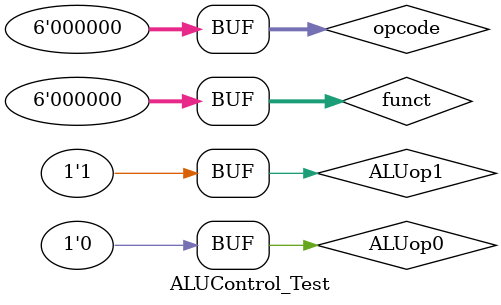
<source format=v>
`timescale 1ns / 1ps


module ALUControl_Test;

	// Inputs
	reg ALUop1;
	reg ALUop0;
	reg [5:0] funct;
	reg [5:0] opcode;

	// Outputs
	wire [3:0] Operation;

	// Instantiate the Unit Under Test (UUT)
	ALUcontrol uut (
		.ALUop1(ALUop1), 
		.ALUop0(ALUop0), 
		.funct(funct), 
		.opcode(opcode), 
		.Operation(Operation)
	);

	initial begin
		// Initialize Inputs
		ALUop1 = 0;
		ALUop0 = 0;
		funct = 0;
		opcode = 0;

		// Wait 100 ns for global reset to finish
		#100;
      funct = 4'b0000;
		ALUop1 = 1;
		
		
		// Add stimulus here

	end
      
endmodule


</source>
